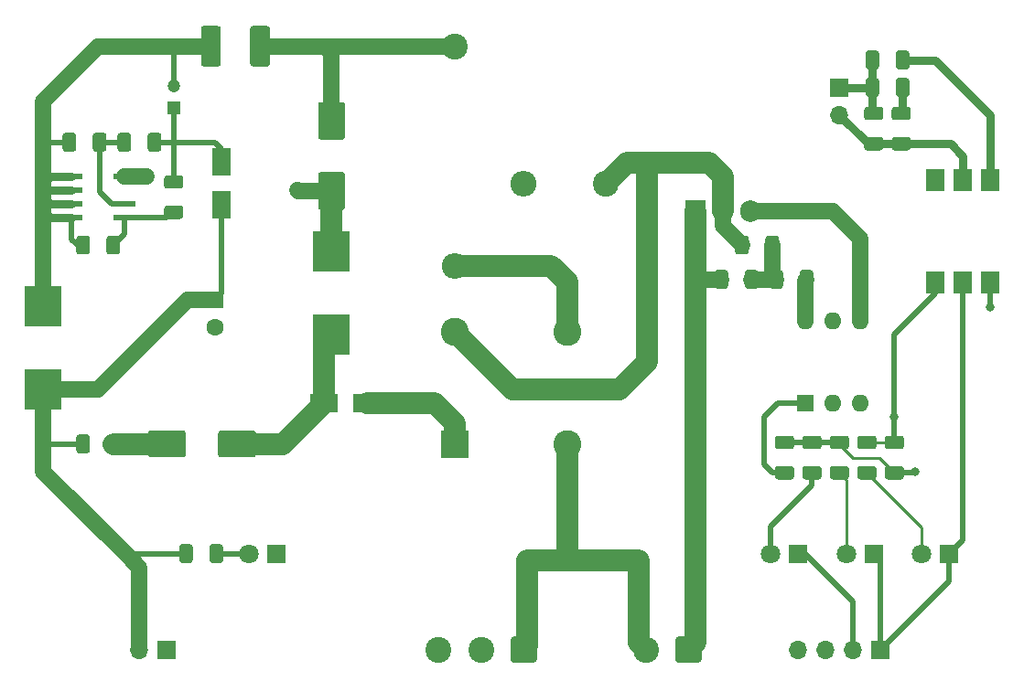
<source format=gbr>
%TF.GenerationSoftware,KiCad,Pcbnew,(5.1.6)-1*%
%TF.CreationDate,2020-07-27T14:36:12-04:00*%
%TF.ProjectId,CARIceCreamControl,43415249-6365-4437-9265-616d436f6e74,rev?*%
%TF.SameCoordinates,Original*%
%TF.FileFunction,Copper,L1,Top*%
%TF.FilePolarity,Positive*%
%FSLAX46Y46*%
G04 Gerber Fmt 4.6, Leading zero omitted, Abs format (unit mm)*
G04 Created by KiCad (PCBNEW (5.1.6)-1) date 2020-07-27 14:36:12*
%MOMM*%
%LPD*%
G01*
G04 APERTURE LIST*
%TA.AperFunction,ComponentPad*%
%ADD10O,2.400000X2.400000*%
%TD*%
%TA.AperFunction,ComponentPad*%
%ADD11C,2.400000*%
%TD*%
%TA.AperFunction,ComponentPad*%
%ADD12C,2.600000*%
%TD*%
%TA.AperFunction,ComponentPad*%
%ADD13R,2.600000X2.600000*%
%TD*%
%TA.AperFunction,ComponentPad*%
%ADD14R,1.200000X1.200000*%
%TD*%
%TA.AperFunction,ComponentPad*%
%ADD15C,1.200000*%
%TD*%
%TA.AperFunction,ComponentPad*%
%ADD16R,1.600000X1.600000*%
%TD*%
%TA.AperFunction,ComponentPad*%
%ADD17C,1.600000*%
%TD*%
%TA.AperFunction,ComponentPad*%
%ADD18R,1.905000X2.000000*%
%TD*%
%TA.AperFunction,ComponentPad*%
%ADD19O,1.905000X2.000000*%
%TD*%
%TA.AperFunction,SMDPad,CuDef*%
%ADD20R,2.500000X1.800000*%
%TD*%
%TA.AperFunction,SMDPad,CuDef*%
%ADD21R,1.800000X2.500000*%
%TD*%
%TA.AperFunction,ComponentPad*%
%ADD22R,1.800000X1.800000*%
%TD*%
%TA.AperFunction,ComponentPad*%
%ADD23C,1.800000*%
%TD*%
%TA.AperFunction,ComponentPad*%
%ADD24R,1.700000X1.700000*%
%TD*%
%TA.AperFunction,ComponentPad*%
%ADD25O,1.700000X1.700000*%
%TD*%
%TA.AperFunction,SMDPad,CuDef*%
%ADD26R,3.500000X3.800000*%
%TD*%
%TA.AperFunction,ComponentPad*%
%ADD27O,1.600000X1.600000*%
%TD*%
%TA.AperFunction,SMDPad,CuDef*%
%ADD28R,2.000000X0.600000*%
%TD*%
%TA.AperFunction,SMDPad,CuDef*%
%ADD29R,1.780000X2.000000*%
%TD*%
%TA.AperFunction,ViaPad*%
%ADD30C,0.800000*%
%TD*%
%TA.AperFunction,Conductor*%
%ADD31C,1.500000*%
%TD*%
%TA.AperFunction,Conductor*%
%ADD32C,2.000000*%
%TD*%
%TA.AperFunction,Conductor*%
%ADD33C,0.500000*%
%TD*%
%TA.AperFunction,Conductor*%
%ADD34C,0.250000*%
%TD*%
%TA.AperFunction,Conductor*%
%ADD35C,0.750000*%
%TD*%
G04 APERTURE END LIST*
D10*
%TO.P,F1,2*%
%TO.N,Net-(F1-Pad2)*%
X148590000Y-78740000D03*
D11*
%TO.P,F1,1*%
%TO.N,Net-(D1-Pad4)*%
X156210000Y-78740000D03*
%TD*%
D12*
%TO.P,D1,2*%
%TO.N,Net-(D1-Pad2)*%
X152640000Y-102870000D03*
D13*
%TO.P,D1,1*%
%TO.N,Net-(C4-Pad1)*%
X142240000Y-102870000D03*
D12*
%TO.P,D1,4*%
%TO.N,Net-(D1-Pad4)*%
X142240000Y-92470000D03*
%TO.P,D1,3*%
%TO.N,Net-(C4-Pad2)*%
X152640000Y-92470000D03*
%TD*%
D11*
%TO.P,J3,2*%
%TO.N,Net-(D1-Pad2)*%
X159870000Y-121920000D03*
%TO.P,J3,1*%
%TO.N,Net-(C1-Pad2)*%
%TA.AperFunction,ComponentPad*%
G36*
G01*
X165030000Y-120970000D02*
X165030000Y-122870000D01*
G75*
G02*
X164780000Y-123120000I-250000J0D01*
G01*
X162880000Y-123120000D01*
G75*
G02*
X162630000Y-122870000I0J250000D01*
G01*
X162630000Y-120970000D01*
G75*
G02*
X162880000Y-120720000I250000J0D01*
G01*
X164780000Y-120720000D01*
G75*
G02*
X165030000Y-120970000I0J-250000D01*
G01*
G37*
%TD.AperFunction*%
%TD*%
%TO.P,J2,3*%
%TO.N,Net-(J2-Pad3)*%
X140670000Y-121920000D03*
%TO.P,J2,2*%
%TO.N,Net-(F1-Pad2)*%
X144630000Y-121920000D03*
%TO.P,J2,1*%
%TO.N,Net-(D1-Pad2)*%
%TA.AperFunction,ComponentPad*%
G36*
G01*
X149790000Y-120970000D02*
X149790000Y-122870000D01*
G75*
G02*
X149540000Y-123120000I-250000J0D01*
G01*
X147640000Y-123120000D01*
G75*
G02*
X147390000Y-122870000I0J250000D01*
G01*
X147390000Y-120970000D01*
G75*
G02*
X147640000Y-120720000I250000J0D01*
G01*
X149540000Y-120720000D01*
G75*
G02*
X149790000Y-120970000I0J-250000D01*
G01*
G37*
%TD.AperFunction*%
%TD*%
%TO.P,C1,1*%
%TO.N,Net-(C1-Pad1)*%
%TA.AperFunction,SMDPad,CuDef*%
G36*
G01*
X170300000Y-87005000D02*
X170300000Y-88255000D01*
G75*
G02*
X170050000Y-88505000I-250000J0D01*
G01*
X169300000Y-88505000D01*
G75*
G02*
X169050000Y-88255000I0J250000D01*
G01*
X169050000Y-87005000D01*
G75*
G02*
X169300000Y-86755000I250000J0D01*
G01*
X170050000Y-86755000D01*
G75*
G02*
X170300000Y-87005000I0J-250000D01*
G01*
G37*
%TD.AperFunction*%
%TO.P,C1,2*%
%TO.N,Net-(C1-Pad2)*%
%TA.AperFunction,SMDPad,CuDef*%
G36*
G01*
X167500000Y-87005000D02*
X167500000Y-88255000D01*
G75*
G02*
X167250000Y-88505000I-250000J0D01*
G01*
X166500000Y-88505000D01*
G75*
G02*
X166250000Y-88255000I0J250000D01*
G01*
X166250000Y-87005000D01*
G75*
G02*
X166500000Y-86755000I250000J0D01*
G01*
X167250000Y-86755000D01*
G75*
G02*
X167500000Y-87005000I0J-250000D01*
G01*
G37*
%TD.AperFunction*%
%TD*%
%TO.P,C2,1*%
%TO.N,Net-(C2-Pad1)*%
%TA.AperFunction,SMDPad,CuDef*%
G36*
G01*
X131810000Y-81200000D02*
X129810000Y-81200000D01*
G75*
G02*
X129560000Y-80950000I0J250000D01*
G01*
X129560000Y-77950000D01*
G75*
G02*
X129810000Y-77700000I250000J0D01*
G01*
X131810000Y-77700000D01*
G75*
G02*
X132060000Y-77950000I0J-250000D01*
G01*
X132060000Y-80950000D01*
G75*
G02*
X131810000Y-81200000I-250000J0D01*
G01*
G37*
%TD.AperFunction*%
%TO.P,C2,2*%
%TO.N,GND2*%
%TA.AperFunction,SMDPad,CuDef*%
G36*
G01*
X131810000Y-74700000D02*
X129810000Y-74700000D01*
G75*
G02*
X129560000Y-74450000I0J250000D01*
G01*
X129560000Y-71450000D01*
G75*
G02*
X129810000Y-71200000I250000J0D01*
G01*
X131810000Y-71200000D01*
G75*
G02*
X132060000Y-71450000I0J-250000D01*
G01*
X132060000Y-74450000D01*
G75*
G02*
X131810000Y-74700000I-250000J0D01*
G01*
G37*
%TD.AperFunction*%
%TD*%
%TO.P,C3,2*%
%TO.N,GND2*%
%TA.AperFunction,SMDPad,CuDef*%
G36*
G01*
X117320000Y-101870000D02*
X117320000Y-103870000D01*
G75*
G02*
X117070000Y-104120000I-250000J0D01*
G01*
X114070000Y-104120000D01*
G75*
G02*
X113820000Y-103870000I0J250000D01*
G01*
X113820000Y-101870000D01*
G75*
G02*
X114070000Y-101620000I250000J0D01*
G01*
X117070000Y-101620000D01*
G75*
G02*
X117320000Y-101870000I0J-250000D01*
G01*
G37*
%TD.AperFunction*%
%TO.P,C3,1*%
%TO.N,Net-(C3-Pad1)*%
%TA.AperFunction,SMDPad,CuDef*%
G36*
G01*
X123820000Y-101870000D02*
X123820000Y-103870000D01*
G75*
G02*
X123570000Y-104120000I-250000J0D01*
G01*
X120570000Y-104120000D01*
G75*
G02*
X120320000Y-103870000I0J250000D01*
G01*
X120320000Y-101870000D01*
G75*
G02*
X120570000Y-101620000I250000J0D01*
G01*
X123570000Y-101620000D01*
G75*
G02*
X123820000Y-101870000I0J-250000D01*
G01*
G37*
%TD.AperFunction*%
%TD*%
%TO.P,C4,2*%
%TO.N,Net-(C4-Pad2)*%
%TA.AperFunction,SMDPad,CuDef*%
G36*
G01*
X180350000Y-74435000D02*
X181600000Y-74435000D01*
G75*
G02*
X181850000Y-74685000I0J-250000D01*
G01*
X181850000Y-75435000D01*
G75*
G02*
X181600000Y-75685000I-250000J0D01*
G01*
X180350000Y-75685000D01*
G75*
G02*
X180100000Y-75435000I0J250000D01*
G01*
X180100000Y-74685000D01*
G75*
G02*
X180350000Y-74435000I250000J0D01*
G01*
G37*
%TD.AperFunction*%
%TO.P,C4,1*%
%TO.N,Net-(C4-Pad1)*%
%TA.AperFunction,SMDPad,CuDef*%
G36*
G01*
X180350000Y-71635000D02*
X181600000Y-71635000D01*
G75*
G02*
X181850000Y-71885000I0J-250000D01*
G01*
X181850000Y-72635000D01*
G75*
G02*
X181600000Y-72885000I-250000J0D01*
G01*
X180350000Y-72885000D01*
G75*
G02*
X180100000Y-72635000I0J250000D01*
G01*
X180100000Y-71885000D01*
G75*
G02*
X180350000Y-71635000I250000J0D01*
G01*
G37*
%TD.AperFunction*%
%TD*%
%TO.P,C5,1*%
%TO.N,Net-(C5-Pad1)*%
%TA.AperFunction,SMDPad,CuDef*%
G36*
G01*
X111245000Y-83830000D02*
X111245000Y-85080000D01*
G75*
G02*
X110995000Y-85330000I-250000J0D01*
G01*
X110245000Y-85330000D01*
G75*
G02*
X109995000Y-85080000I0J250000D01*
G01*
X109995000Y-83830000D01*
G75*
G02*
X110245000Y-83580000I250000J0D01*
G01*
X110995000Y-83580000D01*
G75*
G02*
X111245000Y-83830000I0J-250000D01*
G01*
G37*
%TD.AperFunction*%
%TO.P,C5,2*%
%TO.N,Net-(C5-Pad2)*%
%TA.AperFunction,SMDPad,CuDef*%
G36*
G01*
X108445000Y-83830000D02*
X108445000Y-85080000D01*
G75*
G02*
X108195000Y-85330000I-250000J0D01*
G01*
X107445000Y-85330000D01*
G75*
G02*
X107195000Y-85080000I0J250000D01*
G01*
X107195000Y-83830000D01*
G75*
G02*
X107445000Y-83580000I250000J0D01*
G01*
X108195000Y-83580000D01*
G75*
G02*
X108445000Y-83830000I0J-250000D01*
G01*
G37*
%TD.AperFunction*%
%TD*%
D14*
%TO.P,C6,1*%
%TO.N,Net-(C6-Pad1)*%
X116205000Y-71755000D03*
D15*
%TO.P,C6,2*%
%TO.N,Net-(C5-Pad2)*%
X116205000Y-69755000D03*
%TD*%
D16*
%TO.P,C7,1*%
%TO.N,Net-(C7-Pad1)*%
X120015000Y-89535000D03*
D17*
%TO.P,C7,2*%
%TO.N,GND2*%
X120015000Y-92035000D03*
%TD*%
D18*
%TO.P,Q1,1*%
%TO.N,Net-(C1-Pad2)*%
X164465000Y-81280000D03*
D19*
%TO.P,Q1,2*%
%TO.N,Net-(D1-Pad4)*%
X167005000Y-81280000D03*
%TO.P,Q1,3*%
%TO.N,Net-(Q1-Pad3)*%
X169545000Y-81280000D03*
%TD*%
D20*
%TO.P,D2,2*%
%TO.N,Net-(C4-Pad1)*%
X134080000Y-99060000D03*
%TO.P,D2,1*%
%TO.N,Net-(C3-Pad1)*%
X130080000Y-99060000D03*
%TD*%
%TO.P,D3,1*%
%TO.N,Net-(C5-Pad2)*%
%TA.AperFunction,SMDPad,CuDef*%
G36*
G01*
X118720000Y-67665001D02*
X118720000Y-64414999D01*
G75*
G02*
X118969999Y-64165000I249999J0D01*
G01*
X120320001Y-64165000D01*
G75*
G02*
X120570000Y-64414999I0J-249999D01*
G01*
X120570000Y-67665001D01*
G75*
G02*
X120320001Y-67915000I-249999J0D01*
G01*
X118969999Y-67915000D01*
G75*
G02*
X118720000Y-67665001I0J249999D01*
G01*
G37*
%TD.AperFunction*%
%TO.P,D3,2*%
%TO.N,GND2*%
%TA.AperFunction,SMDPad,CuDef*%
G36*
G01*
X123270000Y-67665001D02*
X123270000Y-64414999D01*
G75*
G02*
X123519999Y-64165000I249999J0D01*
G01*
X124870001Y-64165000D01*
G75*
G02*
X125120000Y-64414999I0J-249999D01*
G01*
X125120000Y-67665001D01*
G75*
G02*
X124870001Y-67915000I-249999J0D01*
G01*
X123519999Y-67915000D01*
G75*
G02*
X123270000Y-67665001I0J249999D01*
G01*
G37*
%TD.AperFunction*%
%TD*%
D21*
%TO.P,D4,1*%
%TO.N,Net-(C6-Pad1)*%
X120650000Y-76740000D03*
%TO.P,D4,2*%
%TO.N,Net-(C7-Pad1)*%
X120650000Y-80740000D03*
%TD*%
D22*
%TO.P,D5,1*%
%TO.N,GND*%
X187960000Y-113030000D03*
D23*
%TO.P,D5,2*%
%TO.N,Net-(D5-Pad2)*%
X185420000Y-113030000D03*
%TD*%
%TO.P,D6,2*%
%TO.N,Net-(D6-Pad2)*%
X171450000Y-113030000D03*
D22*
%TO.P,D6,1*%
%TO.N,trigger*%
X173990000Y-113030000D03*
%TD*%
%TO.P,D7,1*%
%TO.N,GND*%
X180975000Y-113030000D03*
D23*
%TO.P,D7,2*%
%TO.N,Net-(D7-Pad2)*%
X178435000Y-113030000D03*
%TD*%
%TO.P,D9,2*%
%TO.N,Net-(D9-Pad2)*%
X123190000Y-113030000D03*
D22*
%TO.P,D9,1*%
%TO.N,GND2*%
X125730000Y-113030000D03*
%TD*%
D24*
%TO.P,J1,1*%
%TO.N,GND*%
X181610000Y-121920000D03*
D25*
%TO.P,J1,2*%
%TO.N,trigger*%
X179070000Y-121920000D03*
%TO.P,J1,3*%
%TO.N,zcross*%
X176530000Y-121920000D03*
%TO.P,J1,4*%
%TO.N,+5V*%
X173990000Y-121920000D03*
%TD*%
D26*
%TO.P,L1,1*%
%TO.N,Net-(C2-Pad1)*%
X130810000Y-85050000D03*
%TO.P,L1,2*%
%TO.N,Net-(C3-Pad1)*%
X130810000Y-92750000D03*
%TD*%
%TO.P,L2,2*%
%TO.N,Net-(C7-Pad1)*%
X104140000Y-97830000D03*
%TO.P,L2,1*%
%TO.N,Net-(C5-Pad2)*%
X104140000Y-90130000D03*
%TD*%
%TO.P,R1,2*%
%TO.N,Net-(R1-Pad2)*%
%TA.AperFunction,SMDPad,CuDef*%
G36*
G01*
X172095000Y-104915000D02*
X173345000Y-104915000D01*
G75*
G02*
X173595000Y-105165000I0J-250000D01*
G01*
X173595000Y-105915000D01*
G75*
G02*
X173345000Y-106165000I-250000J0D01*
G01*
X172095000Y-106165000D01*
G75*
G02*
X171845000Y-105915000I0J250000D01*
G01*
X171845000Y-105165000D01*
G75*
G02*
X172095000Y-104915000I250000J0D01*
G01*
G37*
%TD.AperFunction*%
%TO.P,R1,1*%
%TO.N,+5V*%
%TA.AperFunction,SMDPad,CuDef*%
G36*
G01*
X172095000Y-102115000D02*
X173345000Y-102115000D01*
G75*
G02*
X173595000Y-102365000I0J-250000D01*
G01*
X173595000Y-103115000D01*
G75*
G02*
X173345000Y-103365000I-250000J0D01*
G01*
X172095000Y-103365000D01*
G75*
G02*
X171845000Y-103115000I0J250000D01*
G01*
X171845000Y-102365000D01*
G75*
G02*
X172095000Y-102115000I250000J0D01*
G01*
G37*
%TD.AperFunction*%
%TD*%
%TO.P,R2,1*%
%TO.N,Net-(C1-Pad1)*%
%TA.AperFunction,SMDPad,CuDef*%
G36*
G01*
X171330000Y-88255000D02*
X171330000Y-87005000D01*
G75*
G02*
X171580000Y-86755000I250000J0D01*
G01*
X172330000Y-86755000D01*
G75*
G02*
X172580000Y-87005000I0J-250000D01*
G01*
X172580000Y-88255000D01*
G75*
G02*
X172330000Y-88505000I-250000J0D01*
G01*
X171580000Y-88505000D01*
G75*
G02*
X171330000Y-88255000I0J250000D01*
G01*
G37*
%TD.AperFunction*%
%TO.P,R2,2*%
%TO.N,Net-(R2-Pad2)*%
%TA.AperFunction,SMDPad,CuDef*%
G36*
G01*
X174130000Y-88255000D02*
X174130000Y-87005000D01*
G75*
G02*
X174380000Y-86755000I250000J0D01*
G01*
X175130000Y-86755000D01*
G75*
G02*
X175380000Y-87005000I0J-250000D01*
G01*
X175380000Y-88255000D01*
G75*
G02*
X175130000Y-88505000I-250000J0D01*
G01*
X174380000Y-88505000D01*
G75*
G02*
X174130000Y-88255000I0J250000D01*
G01*
G37*
%TD.AperFunction*%
%TD*%
%TO.P,R3,1*%
%TO.N,Net-(D1-Pad4)*%
%TA.AperFunction,SMDPad,CuDef*%
G36*
G01*
X168155000Y-85080000D02*
X168155000Y-83830000D01*
G75*
G02*
X168405000Y-83580000I250000J0D01*
G01*
X169155000Y-83580000D01*
G75*
G02*
X169405000Y-83830000I0J-250000D01*
G01*
X169405000Y-85080000D01*
G75*
G02*
X169155000Y-85330000I-250000J0D01*
G01*
X168405000Y-85330000D01*
G75*
G02*
X168155000Y-85080000I0J250000D01*
G01*
G37*
%TD.AperFunction*%
%TO.P,R3,2*%
%TO.N,Net-(C1-Pad1)*%
%TA.AperFunction,SMDPad,CuDef*%
G36*
G01*
X170955000Y-85080000D02*
X170955000Y-83830000D01*
G75*
G02*
X171205000Y-83580000I250000J0D01*
G01*
X171955000Y-83580000D01*
G75*
G02*
X172205000Y-83830000I0J-250000D01*
G01*
X172205000Y-85080000D01*
G75*
G02*
X171955000Y-85330000I-250000J0D01*
G01*
X171205000Y-85330000D01*
G75*
G02*
X170955000Y-85080000I0J250000D01*
G01*
G37*
%TD.AperFunction*%
%TD*%
%TO.P,R5,2*%
%TO.N,Net-(R5-Pad2)*%
%TA.AperFunction,SMDPad,CuDef*%
G36*
G01*
X183020000Y-70475000D02*
X183020000Y-69225000D01*
G75*
G02*
X183270000Y-68975000I250000J0D01*
G01*
X184020000Y-68975000D01*
G75*
G02*
X184270000Y-69225000I0J-250000D01*
G01*
X184270000Y-70475000D01*
G75*
G02*
X184020000Y-70725000I-250000J0D01*
G01*
X183270000Y-70725000D01*
G75*
G02*
X183020000Y-70475000I0J250000D01*
G01*
G37*
%TD.AperFunction*%
%TO.P,R5,1*%
%TO.N,Net-(C4-Pad1)*%
%TA.AperFunction,SMDPad,CuDef*%
G36*
G01*
X180220000Y-70475000D02*
X180220000Y-69225000D01*
G75*
G02*
X180470000Y-68975000I250000J0D01*
G01*
X181220000Y-68975000D01*
G75*
G02*
X181470000Y-69225000I0J-250000D01*
G01*
X181470000Y-70475000D01*
G75*
G02*
X181220000Y-70725000I-250000J0D01*
G01*
X180470000Y-70725000D01*
G75*
G02*
X180220000Y-70475000I0J250000D01*
G01*
G37*
%TD.AperFunction*%
%TD*%
%TO.P,R6,1*%
%TO.N,Net-(R5-Pad2)*%
%TA.AperFunction,SMDPad,CuDef*%
G36*
G01*
X182890000Y-71635000D02*
X184140000Y-71635000D01*
G75*
G02*
X184390000Y-71885000I0J-250000D01*
G01*
X184390000Y-72635000D01*
G75*
G02*
X184140000Y-72885000I-250000J0D01*
G01*
X182890000Y-72885000D01*
G75*
G02*
X182640000Y-72635000I0J250000D01*
G01*
X182640000Y-71885000D01*
G75*
G02*
X182890000Y-71635000I250000J0D01*
G01*
G37*
%TD.AperFunction*%
%TO.P,R6,2*%
%TO.N,Net-(C4-Pad2)*%
%TA.AperFunction,SMDPad,CuDef*%
G36*
G01*
X182890000Y-74435000D02*
X184140000Y-74435000D01*
G75*
G02*
X184390000Y-74685000I0J-250000D01*
G01*
X184390000Y-75435000D01*
G75*
G02*
X184140000Y-75685000I-250000J0D01*
G01*
X182890000Y-75685000D01*
G75*
G02*
X182640000Y-75435000I0J250000D01*
G01*
X182640000Y-74685000D01*
G75*
G02*
X182890000Y-74435000I250000J0D01*
G01*
G37*
%TD.AperFunction*%
%TD*%
%TO.P,R7,1*%
%TO.N,Net-(C5-Pad2)*%
%TA.AperFunction,SMDPad,CuDef*%
G36*
G01*
X105925000Y-75555000D02*
X105925000Y-74305000D01*
G75*
G02*
X106175000Y-74055000I250000J0D01*
G01*
X106925000Y-74055000D01*
G75*
G02*
X107175000Y-74305000I0J-250000D01*
G01*
X107175000Y-75555000D01*
G75*
G02*
X106925000Y-75805000I-250000J0D01*
G01*
X106175000Y-75805000D01*
G75*
G02*
X105925000Y-75555000I0J250000D01*
G01*
G37*
%TD.AperFunction*%
%TO.P,R7,2*%
%TO.N,Net-(R7-Pad2)*%
%TA.AperFunction,SMDPad,CuDef*%
G36*
G01*
X108725000Y-75555000D02*
X108725000Y-74305000D01*
G75*
G02*
X108975000Y-74055000I250000J0D01*
G01*
X109725000Y-74055000D01*
G75*
G02*
X109975000Y-74305000I0J-250000D01*
G01*
X109975000Y-75555000D01*
G75*
G02*
X109725000Y-75805000I-250000J0D01*
G01*
X108975000Y-75805000D01*
G75*
G02*
X108725000Y-75555000I0J250000D01*
G01*
G37*
%TD.AperFunction*%
%TD*%
%TO.P,R8,1*%
%TO.N,Net-(C4-Pad1)*%
%TA.AperFunction,SMDPad,CuDef*%
G36*
G01*
X180220000Y-67935000D02*
X180220000Y-66685000D01*
G75*
G02*
X180470000Y-66435000I250000J0D01*
G01*
X181220000Y-66435000D01*
G75*
G02*
X181470000Y-66685000I0J-250000D01*
G01*
X181470000Y-67935000D01*
G75*
G02*
X181220000Y-68185000I-250000J0D01*
G01*
X180470000Y-68185000D01*
G75*
G02*
X180220000Y-67935000I0J250000D01*
G01*
G37*
%TD.AperFunction*%
%TO.P,R8,2*%
%TO.N,Net-(R8-Pad2)*%
%TA.AperFunction,SMDPad,CuDef*%
G36*
G01*
X183020000Y-67935000D02*
X183020000Y-66685000D01*
G75*
G02*
X183270000Y-66435000I250000J0D01*
G01*
X184020000Y-66435000D01*
G75*
G02*
X184270000Y-66685000I0J-250000D01*
G01*
X184270000Y-67935000D01*
G75*
G02*
X184020000Y-68185000I-250000J0D01*
G01*
X183270000Y-68185000D01*
G75*
G02*
X183020000Y-67935000I0J250000D01*
G01*
G37*
%TD.AperFunction*%
%TD*%
%TO.P,R9,2*%
%TO.N,Net-(R7-Pad2)*%
%TA.AperFunction,SMDPad,CuDef*%
G36*
G01*
X112255000Y-74305000D02*
X112255000Y-75555000D01*
G75*
G02*
X112005000Y-75805000I-250000J0D01*
G01*
X111255000Y-75805000D01*
G75*
G02*
X111005000Y-75555000I0J250000D01*
G01*
X111005000Y-74305000D01*
G75*
G02*
X111255000Y-74055000I250000J0D01*
G01*
X112005000Y-74055000D01*
G75*
G02*
X112255000Y-74305000I0J-250000D01*
G01*
G37*
%TD.AperFunction*%
%TO.P,R9,1*%
%TO.N,Net-(C6-Pad1)*%
%TA.AperFunction,SMDPad,CuDef*%
G36*
G01*
X115055000Y-74305000D02*
X115055000Y-75555000D01*
G75*
G02*
X114805000Y-75805000I-250000J0D01*
G01*
X114055000Y-75805000D01*
G75*
G02*
X113805000Y-75555000I0J250000D01*
G01*
X113805000Y-74305000D01*
G75*
G02*
X114055000Y-74055000I250000J0D01*
G01*
X114805000Y-74055000D01*
G75*
G02*
X115055000Y-74305000I0J-250000D01*
G01*
G37*
%TD.AperFunction*%
%TD*%
%TO.P,R10,2*%
%TO.N,Net-(C5-Pad1)*%
%TA.AperFunction,SMDPad,CuDef*%
G36*
G01*
X115580000Y-80785000D02*
X116830000Y-80785000D01*
G75*
G02*
X117080000Y-81035000I0J-250000D01*
G01*
X117080000Y-81785000D01*
G75*
G02*
X116830000Y-82035000I-250000J0D01*
G01*
X115580000Y-82035000D01*
G75*
G02*
X115330000Y-81785000I0J250000D01*
G01*
X115330000Y-81035000D01*
G75*
G02*
X115580000Y-80785000I250000J0D01*
G01*
G37*
%TD.AperFunction*%
%TO.P,R10,1*%
%TO.N,Net-(C6-Pad1)*%
%TA.AperFunction,SMDPad,CuDef*%
G36*
G01*
X115580000Y-77985000D02*
X116830000Y-77985000D01*
G75*
G02*
X117080000Y-78235000I0J-250000D01*
G01*
X117080000Y-78985000D01*
G75*
G02*
X116830000Y-79235000I-250000J0D01*
G01*
X115580000Y-79235000D01*
G75*
G02*
X115330000Y-78985000I0J250000D01*
G01*
X115330000Y-78235000D01*
G75*
G02*
X115580000Y-77985000I250000J0D01*
G01*
G37*
%TD.AperFunction*%
%TD*%
%TO.P,R11,2*%
%TO.N,+5V*%
%TA.AperFunction,SMDPad,CuDef*%
G36*
G01*
X182255000Y-104915000D02*
X183505000Y-104915000D01*
G75*
G02*
X183755000Y-105165000I0J-250000D01*
G01*
X183755000Y-105915000D01*
G75*
G02*
X183505000Y-106165000I-250000J0D01*
G01*
X182255000Y-106165000D01*
G75*
G02*
X182005000Y-105915000I0J250000D01*
G01*
X182005000Y-105165000D01*
G75*
G02*
X182255000Y-104915000I250000J0D01*
G01*
G37*
%TD.AperFunction*%
%TO.P,R11,1*%
%TO.N,zcross*%
%TA.AperFunction,SMDPad,CuDef*%
G36*
G01*
X182255000Y-102115000D02*
X183505000Y-102115000D01*
G75*
G02*
X183755000Y-102365000I0J-250000D01*
G01*
X183755000Y-103115000D01*
G75*
G02*
X183505000Y-103365000I-250000J0D01*
G01*
X182255000Y-103365000D01*
G75*
G02*
X182005000Y-103115000I0J250000D01*
G01*
X182005000Y-102365000D01*
G75*
G02*
X182255000Y-102115000I250000J0D01*
G01*
G37*
%TD.AperFunction*%
%TD*%
%TO.P,R12,1*%
%TO.N,zcross*%
%TA.AperFunction,SMDPad,CuDef*%
G36*
G01*
X179715000Y-102115000D02*
X180965000Y-102115000D01*
G75*
G02*
X181215000Y-102365000I0J-250000D01*
G01*
X181215000Y-103115000D01*
G75*
G02*
X180965000Y-103365000I-250000J0D01*
G01*
X179715000Y-103365000D01*
G75*
G02*
X179465000Y-103115000I0J250000D01*
G01*
X179465000Y-102365000D01*
G75*
G02*
X179715000Y-102115000I250000J0D01*
G01*
G37*
%TD.AperFunction*%
%TO.P,R12,2*%
%TO.N,Net-(D5-Pad2)*%
%TA.AperFunction,SMDPad,CuDef*%
G36*
G01*
X179715000Y-104915000D02*
X180965000Y-104915000D01*
G75*
G02*
X181215000Y-105165000I0J-250000D01*
G01*
X181215000Y-105915000D01*
G75*
G02*
X180965000Y-106165000I-250000J0D01*
G01*
X179715000Y-106165000D01*
G75*
G02*
X179465000Y-105915000I0J250000D01*
G01*
X179465000Y-105165000D01*
G75*
G02*
X179715000Y-104915000I250000J0D01*
G01*
G37*
%TD.AperFunction*%
%TD*%
%TO.P,R13,1*%
%TO.N,Net-(C7-Pad1)*%
%TA.AperFunction,SMDPad,CuDef*%
G36*
G01*
X107195000Y-103495000D02*
X107195000Y-102245000D01*
G75*
G02*
X107445000Y-101995000I250000J0D01*
G01*
X108195000Y-101995000D01*
G75*
G02*
X108445000Y-102245000I0J-250000D01*
G01*
X108445000Y-103495000D01*
G75*
G02*
X108195000Y-103745000I-250000J0D01*
G01*
X107445000Y-103745000D01*
G75*
G02*
X107195000Y-103495000I0J250000D01*
G01*
G37*
%TD.AperFunction*%
%TO.P,R13,2*%
%TO.N,GND2*%
%TA.AperFunction,SMDPad,CuDef*%
G36*
G01*
X109995000Y-103495000D02*
X109995000Y-102245000D01*
G75*
G02*
X110245000Y-101995000I250000J0D01*
G01*
X110995000Y-101995000D01*
G75*
G02*
X111245000Y-102245000I0J-250000D01*
G01*
X111245000Y-103495000D01*
G75*
G02*
X110995000Y-103745000I-250000J0D01*
G01*
X110245000Y-103745000D01*
G75*
G02*
X109995000Y-103495000I0J250000D01*
G01*
G37*
%TD.AperFunction*%
%TD*%
%TO.P,R14,1*%
%TO.N,Net-(D6-Pad2)*%
%TA.AperFunction,SMDPad,CuDef*%
G36*
G01*
X175885000Y-106165000D02*
X174635000Y-106165000D01*
G75*
G02*
X174385000Y-105915000I0J250000D01*
G01*
X174385000Y-105165000D01*
G75*
G02*
X174635000Y-104915000I250000J0D01*
G01*
X175885000Y-104915000D01*
G75*
G02*
X176135000Y-105165000I0J-250000D01*
G01*
X176135000Y-105915000D01*
G75*
G02*
X175885000Y-106165000I-250000J0D01*
G01*
G37*
%TD.AperFunction*%
%TO.P,R14,2*%
%TO.N,+5V*%
%TA.AperFunction,SMDPad,CuDef*%
G36*
G01*
X175885000Y-103365000D02*
X174635000Y-103365000D01*
G75*
G02*
X174385000Y-103115000I0J250000D01*
G01*
X174385000Y-102365000D01*
G75*
G02*
X174635000Y-102115000I250000J0D01*
G01*
X175885000Y-102115000D01*
G75*
G02*
X176135000Y-102365000I0J-250000D01*
G01*
X176135000Y-103115000D01*
G75*
G02*
X175885000Y-103365000I-250000J0D01*
G01*
G37*
%TD.AperFunction*%
%TD*%
%TO.P,R15,2*%
%TO.N,+5V*%
%TA.AperFunction,SMDPad,CuDef*%
G36*
G01*
X178425000Y-103365000D02*
X177175000Y-103365000D01*
G75*
G02*
X176925000Y-103115000I0J250000D01*
G01*
X176925000Y-102365000D01*
G75*
G02*
X177175000Y-102115000I250000J0D01*
G01*
X178425000Y-102115000D01*
G75*
G02*
X178675000Y-102365000I0J-250000D01*
G01*
X178675000Y-103115000D01*
G75*
G02*
X178425000Y-103365000I-250000J0D01*
G01*
G37*
%TD.AperFunction*%
%TO.P,R15,1*%
%TO.N,Net-(D7-Pad2)*%
%TA.AperFunction,SMDPad,CuDef*%
G36*
G01*
X178425000Y-106165000D02*
X177175000Y-106165000D01*
G75*
G02*
X176925000Y-105915000I0J250000D01*
G01*
X176925000Y-105165000D01*
G75*
G02*
X177175000Y-104915000I250000J0D01*
G01*
X178425000Y-104915000D01*
G75*
G02*
X178675000Y-105165000I0J-250000D01*
G01*
X178675000Y-105915000D01*
G75*
G02*
X178425000Y-106165000I-250000J0D01*
G01*
G37*
%TD.AperFunction*%
%TD*%
%TO.P,R16,2*%
%TO.N,Net-(D9-Pad2)*%
%TA.AperFunction,SMDPad,CuDef*%
G36*
G01*
X119520000Y-113655000D02*
X119520000Y-112405000D01*
G75*
G02*
X119770000Y-112155000I250000J0D01*
G01*
X120520000Y-112155000D01*
G75*
G02*
X120770000Y-112405000I0J-250000D01*
G01*
X120770000Y-113655000D01*
G75*
G02*
X120520000Y-113905000I-250000J0D01*
G01*
X119770000Y-113905000D01*
G75*
G02*
X119520000Y-113655000I0J250000D01*
G01*
G37*
%TD.AperFunction*%
%TO.P,R16,1*%
%TO.N,Net-(C7-Pad1)*%
%TA.AperFunction,SMDPad,CuDef*%
G36*
G01*
X116720000Y-113655000D02*
X116720000Y-112405000D01*
G75*
G02*
X116970000Y-112155000I250000J0D01*
G01*
X117720000Y-112155000D01*
G75*
G02*
X117970000Y-112405000I0J-250000D01*
G01*
X117970000Y-113655000D01*
G75*
G02*
X117720000Y-113905000I-250000J0D01*
G01*
X116970000Y-113905000D01*
G75*
G02*
X116720000Y-113655000I0J250000D01*
G01*
G37*
%TD.AperFunction*%
%TD*%
D24*
%TO.P,TP1,1*%
%TO.N,Net-(C4-Pad1)*%
X177800000Y-69850000D03*
D25*
%TO.P,TP1,2*%
%TO.N,Net-(C4-Pad2)*%
X177800000Y-72390000D03*
%TD*%
%TO.P,TP2,2*%
%TO.N,Net-(C7-Pad1)*%
X113030000Y-121920000D03*
D24*
%TO.P,TP2,1*%
%TO.N,GND2*%
X115570000Y-121920000D03*
%TD*%
D16*
%TO.P,U1,1*%
%TO.N,Net-(R1-Pad2)*%
X174625000Y-99060000D03*
D27*
%TO.P,U1,4*%
%TO.N,Net-(Q1-Pad3)*%
X179705000Y-91440000D03*
%TO.P,U1,2*%
%TO.N,trigger*%
X177165000Y-99060000D03*
%TO.P,U1,5*%
%TO.N,Net-(U1-Pad5)*%
X177165000Y-91440000D03*
%TO.P,U1,3*%
%TO.N,Net-(U1-Pad3)*%
X179705000Y-99060000D03*
%TO.P,U1,6*%
%TO.N,Net-(R2-Pad2)*%
X174625000Y-91440000D03*
%TD*%
D28*
%TO.P,U2,1*%
%TO.N,Net-(C5-Pad1)*%
X111670000Y-81915000D03*
%TO.P,U2,2*%
%TO.N,Net-(R7-Pad2)*%
X111670000Y-80645000D03*
%TO.P,U2,4*%
%TO.N,Net-(C2-Pad1)*%
X111670000Y-78105000D03*
%TO.P,U2,5*%
%TO.N,Net-(C5-Pad2)*%
X106770000Y-78105000D03*
%TO.P,U2,6*%
X106770000Y-79375000D03*
%TO.P,U2,7*%
X106770000Y-80645000D03*
%TO.P,U2,8*%
X106770000Y-81915000D03*
%TD*%
D29*
%TO.P,U3,1*%
%TO.N,Net-(R8-Pad2)*%
X191770000Y-78420000D03*
%TO.P,U3,4*%
%TO.N,zcross*%
X186690000Y-87950000D03*
%TO.P,U3,2*%
%TO.N,Net-(C4-Pad2)*%
X189230000Y-78420000D03*
%TO.P,U3,5*%
%TO.N,GND*%
X189230000Y-87950000D03*
%TO.P,U3,3*%
%TO.N,Net-(U3-Pad3)*%
X186690000Y-78420000D03*
%TO.P,U3,6*%
%TO.N,+5V*%
X191770000Y-87950000D03*
%TD*%
D11*
%TO.P,R4,1*%
%TO.N,GND2*%
X142240000Y-66040000D03*
D10*
%TO.P,R4,2*%
%TO.N,Net-(C4-Pad2)*%
X142240000Y-86360000D03*
%TD*%
D30*
%TO.N,+5V*%
X184785000Y-105410000D03*
X191770000Y-90170000D03*
%TO.N,Net-(C2-Pad1)*%
X127635000Y-79375000D03*
X113665000Y-78105000D03*
%TO.N,zcross*%
X182880000Y-100330000D03*
%TO.N,GND2*%
X113030000Y-102870000D03*
%TD*%
D31*
%TO.N,Net-(C1-Pad1)*%
X171955000Y-87630000D02*
X169675000Y-87630000D01*
X171580000Y-87255000D02*
X171955000Y-87630000D01*
X171580000Y-84455000D02*
X171580000Y-87255000D01*
D32*
%TO.N,Net-(C1-Pad2)*%
X164465000Y-81280000D02*
X164465000Y-87630000D01*
X164465000Y-87630000D02*
X164465000Y-112395000D01*
D31*
X166875000Y-87630000D02*
X164465000Y-87630000D01*
D32*
X164465000Y-121285000D02*
X163830000Y-121920000D01*
X164465000Y-112395000D02*
X164465000Y-121285000D01*
D33*
%TO.N,GND*%
X189230000Y-111760000D02*
X187960000Y-113030000D01*
X189230000Y-87950000D02*
X189230000Y-111760000D01*
X187960000Y-115570000D02*
X181610000Y-121920000D01*
X187960000Y-113030000D02*
X187960000Y-115570000D01*
X180975000Y-113030000D02*
X181610000Y-113665000D01*
X181610000Y-113665000D02*
X181610000Y-121920000D01*
D34*
%TO.N,+5V*%
X177800000Y-102740000D02*
X177800000Y-102870000D01*
X177800000Y-102870000D02*
X179070000Y-104140000D01*
X181480000Y-104140000D02*
X182880000Y-105540000D01*
X179070000Y-104140000D02*
X181480000Y-104140000D01*
D33*
X175260000Y-102740000D02*
X172720000Y-102740000D01*
X177800000Y-102740000D02*
X175260000Y-102740000D01*
X182880000Y-105540000D02*
X184655000Y-105540000D01*
X184655000Y-105540000D02*
X184785000Y-105410000D01*
X191770000Y-87950000D02*
X191770000Y-90170000D01*
%TO.N,Net-(R1-Pad2)*%
X172720000Y-105540000D02*
X171580000Y-105540000D01*
X174625000Y-99060000D02*
X172085000Y-99060000D01*
X170815000Y-100330000D02*
X170815000Y-104775000D01*
X172085000Y-99060000D02*
X170815000Y-100330000D01*
X171580000Y-105540000D02*
X170815000Y-104775000D01*
D31*
%TO.N,Net-(R2-Pad2)*%
X174625000Y-87760000D02*
X174755000Y-87630000D01*
X174625000Y-91440000D02*
X174625000Y-87760000D01*
D32*
%TO.N,Net-(C2-Pad1)*%
X130810000Y-85050000D02*
X130810000Y-79450000D01*
D31*
X130135000Y-85725000D02*
X130810000Y-85050000D01*
X130810000Y-79450000D02*
X127710000Y-79450000D01*
X127710000Y-79450000D02*
X127635000Y-79375000D01*
X113665000Y-78105000D02*
X111670000Y-78105000D01*
D32*
%TO.N,Net-(C3-Pad1)*%
X130080000Y-93480000D02*
X130810000Y-92750000D01*
X130080000Y-99060000D02*
X130080000Y-93480000D01*
X126270000Y-102870000D02*
X130080000Y-99060000D01*
X122070000Y-102870000D02*
X126270000Y-102870000D01*
D33*
%TO.N,Net-(C4-Pad2)*%
X183515000Y-75060000D02*
X183515000Y-74930000D01*
X180845000Y-74930000D02*
X180975000Y-75060000D01*
D32*
X152640000Y-92470000D02*
X152640000Y-87870000D01*
X151130000Y-86360000D02*
X142240000Y-86360000D01*
X152640000Y-87870000D02*
X151130000Y-86360000D01*
D35*
X180975000Y-75060000D02*
X183515000Y-75060000D01*
X180470000Y-75060000D02*
X177800000Y-72390000D01*
X180975000Y-75060000D02*
X180470000Y-75060000D01*
X189230000Y-78420000D02*
X189230000Y-76200000D01*
X188090000Y-75060000D02*
X183515000Y-75060000D01*
X189230000Y-76200000D02*
X188090000Y-75060000D01*
D33*
%TO.N,Net-(C4-Pad1)*%
X180845000Y-72390000D02*
X180975000Y-72260000D01*
D32*
X142240000Y-102870000D02*
X142240000Y-100965000D01*
X140335000Y-99060000D02*
X134080000Y-99060000D01*
X142240000Y-100965000D02*
X140335000Y-99060000D01*
D35*
X180845000Y-67310000D02*
X180845000Y-69850000D01*
X180845000Y-72130000D02*
X180975000Y-72260000D01*
X180845000Y-69850000D02*
X180845000Y-72130000D01*
X180845000Y-69850000D02*
X177800000Y-69850000D01*
D33*
%TO.N,Net-(C5-Pad1)*%
X111670000Y-83405000D02*
X110620000Y-84455000D01*
X111670000Y-81915000D02*
X111670000Y-83405000D01*
X116205000Y-81410000D02*
X116075000Y-81410000D01*
X115570000Y-81915000D02*
X111670000Y-81915000D01*
X116075000Y-81410000D02*
X115570000Y-81915000D01*
D31*
%TO.N,Net-(C5-Pad2)*%
X104140000Y-90130000D02*
X104735000Y-90130000D01*
D33*
X107820000Y-84455000D02*
X107315000Y-84455000D01*
X106770000Y-83910000D02*
X106770000Y-81915000D01*
X107315000Y-84455000D02*
X106770000Y-83910000D01*
D35*
X104775000Y-78105000D02*
X104140000Y-78740000D01*
X106770000Y-78105000D02*
X104775000Y-78105000D01*
X106770000Y-79375000D02*
X104140000Y-79375000D01*
X104775000Y-80645000D02*
X104140000Y-80010000D01*
X106770000Y-80645000D02*
X104775000Y-80645000D01*
X104775000Y-81915000D02*
X104140000Y-81280000D01*
X106770000Y-81915000D02*
X104775000Y-81915000D01*
D33*
X116205000Y-66675000D02*
X116840000Y-66040000D01*
X116205000Y-69755000D02*
X116205000Y-66675000D01*
X106550000Y-74930000D02*
X104140000Y-74930000D01*
D31*
X104140000Y-90130000D02*
X104140000Y-71120000D01*
X109220000Y-66040000D02*
X104140000Y-71120000D01*
X119645000Y-66040000D02*
X109220000Y-66040000D01*
D33*
%TO.N,Net-(C6-Pad1)*%
X116205000Y-74295000D02*
X116205000Y-71755000D01*
X120650000Y-76740000D02*
X120650000Y-75779966D01*
X116205000Y-74930000D02*
X116205000Y-74295000D01*
X116205000Y-74930000D02*
X114430000Y-74930000D01*
X116205000Y-78610000D02*
X116205000Y-74930000D01*
X120650000Y-76740000D02*
X120650000Y-75565000D01*
X120015000Y-74930000D02*
X116205000Y-74930000D01*
X120650000Y-75565000D02*
X120015000Y-74930000D01*
%TO.N,Net-(C7-Pad1)*%
X107820000Y-102870000D02*
X104140000Y-102870000D01*
D31*
X104140000Y-97830000D02*
X104140000Y-105410000D01*
X117475000Y-89535000D02*
X120015000Y-89535000D01*
X104140000Y-97830000D02*
X109180000Y-97830000D01*
X109180000Y-97830000D02*
X117475000Y-89535000D01*
D33*
X120650000Y-88900000D02*
X120015000Y-89535000D01*
X120650000Y-80740000D02*
X120650000Y-88900000D01*
D31*
X113030000Y-114300000D02*
X113030000Y-121920000D01*
D33*
X112395000Y-113030000D02*
X112077500Y-113347500D01*
X117345000Y-113030000D02*
X112395000Y-113030000D01*
D31*
X104140000Y-105410000D02*
X112077500Y-113347500D01*
X112077500Y-113347500D02*
X113030000Y-114300000D01*
D34*
%TO.N,Net-(D6-Pad2)*%
X175260000Y-106045000D02*
X175260000Y-105540000D01*
D33*
X175260000Y-105540000D02*
X175260000Y-106680000D01*
X171450000Y-110490000D02*
X171450000Y-113030000D01*
X175260000Y-106680000D02*
X171450000Y-110490000D01*
D34*
%TO.N,Net-(D7-Pad2)*%
X178435000Y-106175000D02*
X177800000Y-105540000D01*
X178435000Y-113030000D02*
X178435000Y-106175000D01*
D33*
%TO.N,trigger*%
X179070000Y-121920000D02*
X179070000Y-117475000D01*
X174625000Y-113030000D02*
X173990000Y-113030000D01*
X179070000Y-117475000D02*
X174625000Y-113030000D01*
%TO.N,Net-(D9-Pad2)*%
X120145000Y-113030000D02*
X123190000Y-113030000D01*
D34*
%TO.N,zcross*%
X180340000Y-102740000D02*
X182880000Y-102740000D01*
X182880000Y-102740000D02*
X182880000Y-102870000D01*
D33*
X186690000Y-87950000D02*
X186690000Y-88900000D01*
X186690000Y-88900000D02*
X182880000Y-92710000D01*
X182880000Y-102740000D02*
X182880000Y-100330000D01*
X182880000Y-100330000D02*
X182880000Y-92710000D01*
D35*
%TO.N,Net-(R5-Pad2)*%
X183645000Y-72130000D02*
X183515000Y-72260000D01*
X183645000Y-69850000D02*
X183645000Y-72130000D01*
D33*
%TO.N,Net-(R7-Pad2)*%
X111630000Y-74930000D02*
X109350000Y-74930000D01*
X111670000Y-80645000D02*
X110490000Y-80645000D01*
X109350000Y-79505000D02*
X109350000Y-74930000D01*
X110490000Y-80645000D02*
X109350000Y-79505000D01*
D35*
%TO.N,Net-(R8-Pad2)*%
X191770000Y-78420000D02*
X191770000Y-72390000D01*
X191770000Y-72390000D02*
X186690000Y-67310000D01*
X186690000Y-67310000D02*
X183645000Y-67310000D01*
D32*
%TO.N,GND2*%
X115570000Y-102870000D02*
X113030000Y-102870000D01*
X113030000Y-102870000D02*
X111760000Y-102870000D01*
X111760000Y-102870000D02*
X110620000Y-102870000D01*
D31*
X130810000Y-66675000D02*
X130175000Y-66040000D01*
X130810000Y-72950000D02*
X130810000Y-66675000D01*
X142240000Y-66040000D02*
X130175000Y-66040000D01*
X130175000Y-66040000D02*
X124195000Y-66040000D01*
D32*
%TO.N,Net-(D1-Pad4)*%
X158115000Y-76835000D02*
X156210000Y-78740000D01*
X167005000Y-81280000D02*
X167005000Y-78105000D01*
X167005000Y-78105000D02*
X165735000Y-76835000D01*
X147560000Y-97790000D02*
X142240000Y-92470000D01*
X165735000Y-76835000D02*
X160020000Y-76835000D01*
X157480000Y-97790000D02*
X147560000Y-97790000D01*
X160020000Y-76835000D02*
X158115000Y-76835000D01*
X160020000Y-76835000D02*
X160020000Y-95250000D01*
X160020000Y-95250000D02*
X157480000Y-97790000D01*
D31*
X167005000Y-82680000D02*
X168780000Y-84455000D01*
X167005000Y-81280000D02*
X167005000Y-82680000D01*
D34*
%TO.N,Net-(D5-Pad2)*%
X185420000Y-113030000D02*
X184785000Y-113030000D01*
X185420000Y-110620000D02*
X180340000Y-105540000D01*
X185420000Y-113030000D02*
X185420000Y-110620000D01*
D31*
%TO.N,Net-(Q1-Pad3)*%
X179705000Y-91440000D02*
X179705000Y-83820000D01*
X177165000Y-81280000D02*
X169545000Y-81280000D01*
X179705000Y-83820000D02*
X177165000Y-81280000D01*
D32*
%TO.N,Net-(D1-Pad2)*%
X152640000Y-113270000D02*
X153035000Y-113665000D01*
X152640000Y-102870000D02*
X152640000Y-113270000D01*
X153035000Y-113665000D02*
X148890000Y-113665000D01*
X148890000Y-121620000D02*
X148590000Y-121920000D01*
X148890000Y-113665000D02*
X148890000Y-121620000D01*
X159235000Y-121285000D02*
X159870000Y-121920000D01*
X153035000Y-113665000D02*
X159235000Y-113665000D01*
X159235000Y-113665000D02*
X159235000Y-121285000D01*
%TD*%
M02*

</source>
